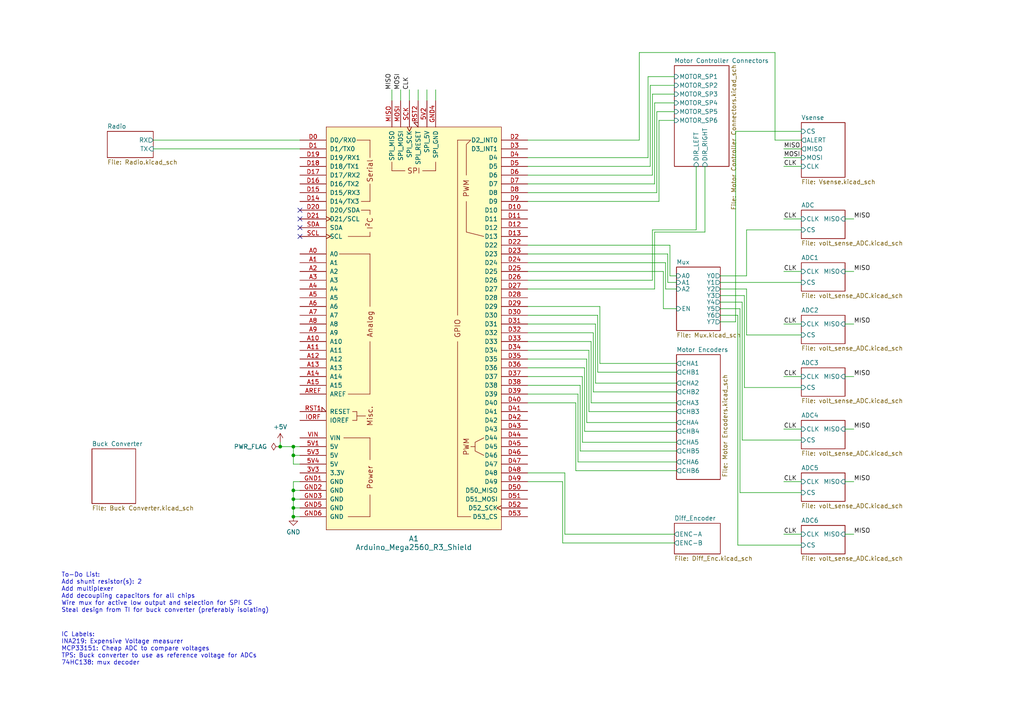
<source format=kicad_sch>
(kicad_sch (version 20230121) (generator eeschema)
  (paper "A4")
  (lib_symbols
    (symbol "arduino-library:Arduino_Mega2560_R3_Shield" (pin_names (offset 1.016))
      (property "Reference" "A" (at 0 -62.23 0))
      (property "Value" "Arduino_Mega2560_R3_Shield" (at 0 -66.04 0))
      (symbol "Arduino_Mega2560_R3_Shield_0_0"
        (rectangle (start -25.4 -58.42) (end 25.4 58.42) (fill (type background)))
        (rectangle (start -20.32 -31.75) (end -12.7 -31.75))
        (rectangle (start -19.05 -54.61) (end -12.7 -54.61))
        (rectangle (start -19.05 -19.05) (end -12.7 -19.05))
        (rectangle (start -19.05 26.67) (end -12.7 26.67))
        (rectangle (start -17.78 -26.67) (end -16.51 -26.67))
        (rectangle (start -17.78 -24.13) (end -16.51 -24.13))
        (rectangle (start -16.51 -25.4) (end -13.97 -25.4))
        (rectangle (start -16.51 -24.13) (end -16.51 -26.67))
        (rectangle (start -16.51 54.61) (end -12.7 54.61))
        (rectangle (start -15.24 34.29) (end -12.7 34.29))
        (rectangle (start -15.24 36.83) (end -12.7 36.83))
        (rectangle (start -12.7 -54.61) (end -12.7 -48.26))
        (rectangle (start -12.7 -31.75) (end -12.7 -38.1))
        (rectangle (start -12.7 26.67) (end -12.7 27.94))
        (rectangle (start -12.7 34.29) (end -12.7 33.02))
        (rectangle (start -12.7 41.91) (end -12.7 36.83))
        (rectangle (start -12.7 49.53) (end -12.7 54.61))
        (rectangle (start -6.35 48.26) (end -6.35 45.72))
        (rectangle (start -2.54 45.72) (end -6.35 45.72))
        (polyline (pts (xy -21.59 21.59) (xy -12.7 21.59)))
        (polyline (pts (xy -12.7 -19.05) (xy -12.7 -3.81)))
        (polyline (pts (xy -12.7 6.35) (xy -12.7 21.59)))
        (polyline (pts (xy 12.7 -54.61) (xy 16.51 -54.61)))
        (polyline (pts (xy 12.7 54.61) (xy 16.51 54.61)))
        (polyline (pts (xy 17.78 -34.29) (xy 16.51 -34.29)))
        (polyline (pts (xy 15.24 36.83) (xy 15.24 27.94) (xy 20.32 26.67)))
        (polyline (pts (xy 15.24 44.45) (xy 15.24 53.34) (xy 16.51 54.61)))
        (polyline (pts (xy 20.32 -31.75) (xy 17.78 -33.02) (xy 17.78 -35.56) (xy 20.32 -36.83)))
        (rectangle (start 6.35 45.72) (end 2.54 45.72))
        (rectangle (start 6.35 48.26) (end 6.35 45.72))
        (text "Analog" (at -12.7 1.27 900) (effects (font (size 1.524 1.524))))
        (text "I²C" (at -12.7 30.48 900) (effects (font (size 1.524 1.524))))
        (text "Misc." (at -12.7 -25.4 900) (effects (font (size 1.524 1.524))))
        (text "Power" (at -12.7 -43.18 900) (effects (font (size 1.524 1.524))))
        (text "PWM" (at 15.24 -34.29 900) (effects (font (size 1.524 1.524))))
        (text "PWM" (at 15.24 40.64 900) (effects (font (size 1.524 1.524))))
        (text "Serial" (at -12.7 45.72 900) (effects (font (size 1.524 1.524))))
        (text "SPI" (at 0 45.72 0) (effects (font (size 1.524 1.524))))
      )
      (symbol "Arduino_Mega2560_R3_Shield_1_0"
        (rectangle (start 12.7 -54.61) (end 12.7 -3.81))
        (rectangle (start 12.7 54.61) (end 12.7 3.81))
        (text "GPIO" (at 12.7 0 900) (effects (font (size 1.524 1.524))))
      )
      (symbol "Arduino_Mega2560_R3_Shield_1_1"
        (pin power_out line (at -33.02 -41.91 0) (length 7.62) (name "3.3V") (number "3V3"))
        (pin power_in line (at -33.02 -34.29 0) (length 7.62) (name "5V") (number "5V1"))
        (pin power_in line (at 3.81 66.04 270) (length 7.62) (name "SPI_5V") (number "5V2"))
        (pin power_in line (at -33.02 -36.83 0) (length 7.62) (name "5V") (number "5V3"))
        (pin power_in line (at -33.02 -39.37 0) (length 7.62) (name "5V") (number "5V4"))
        (pin bidirectional line (at -33.02 21.59 0) (length 7.62) (name "A0") (number "A0"))
        (pin bidirectional line (at -33.02 19.05 0) (length 7.62) (name "A1") (number "A1"))
        (pin bidirectional line (at -33.02 -3.81 0) (length 7.62) (name "A10") (number "A10"))
        (pin bidirectional line (at -33.02 -6.35 0) (length 7.62) (name "A11") (number "A11"))
        (pin bidirectional line (at -33.02 -8.89 0) (length 7.62) (name "A12") (number "A12"))
        (pin bidirectional line (at -33.02 -11.43 0) (length 7.62) (name "A13") (number "A13"))
        (pin bidirectional line (at -33.02 -13.97 0) (length 7.62) (name "A14") (number "A14"))
        (pin bidirectional line (at -33.02 -16.51 0) (length 7.62) (name "A15") (number "A15"))
        (pin bidirectional line (at -33.02 16.51 0) (length 7.62) (name "A2") (number "A2"))
        (pin bidirectional line (at -33.02 13.97 0) (length 7.62) (name "A3") (number "A3"))
        (pin bidirectional line (at -33.02 11.43 0) (length 7.62) (name "A4") (number "A4"))
        (pin bidirectional line (at -33.02 8.89 0) (length 7.62) (name "A5") (number "A5"))
        (pin bidirectional line (at -33.02 6.35 0) (length 7.62) (name "A6") (number "A6"))
        (pin bidirectional line (at -33.02 3.81 0) (length 7.62) (name "A7") (number "A7"))
        (pin bidirectional line (at -33.02 1.27 0) (length 7.62) (name "A8") (number "A8"))
        (pin bidirectional line (at -33.02 -1.27 0) (length 7.62) (name "A9") (number "A9"))
        (pin input line (at -33.02 -19.05 0) (length 7.62) (name "AREF") (number "AREF"))
        (pin bidirectional line (at -33.02 54.61 0) (length 7.62) (name "D0/RX0") (number "D0"))
        (pin bidirectional line (at -33.02 52.07 0) (length 7.62) (name "D1/TX0") (number "D1"))
        (pin bidirectional line (at 33.02 34.29 180) (length 7.62) (name "D10") (number "D10"))
        (pin bidirectional line (at 33.02 31.75 180) (length 7.62) (name "D11") (number "D11"))
        (pin bidirectional line (at 33.02 29.21 180) (length 7.62) (name "D12") (number "D12"))
        (pin bidirectional line (at 33.02 26.67 180) (length 7.62) (name "D13") (number "D13"))
        (pin bidirectional line (at -33.02 36.83 0) (length 7.62) (name "D14/TX3") (number "D14"))
        (pin bidirectional line (at -33.02 39.37 0) (length 7.62) (name "D15/RX3") (number "D15"))
        (pin bidirectional line (at -33.02 41.91 0) (length 7.62) (name "D16/TX2") (number "D16"))
        (pin bidirectional line (at -33.02 44.45 0) (length 7.62) (name "D17/RX2") (number "D17"))
        (pin bidirectional line (at -33.02 46.99 0) (length 7.62) (name "D18/TX1") (number "D18"))
        (pin bidirectional line (at -33.02 49.53 0) (length 7.62) (name "D19/RX1") (number "D19"))
        (pin bidirectional line (at 33.02 54.61 180) (length 7.62) (name "D2_INT0") (number "D2"))
        (pin bidirectional line (at -33.02 34.29 0) (length 7.62) (name "D20/SDA") (number "D20"))
        (pin bidirectional clock (at -33.02 31.75 0) (length 7.62) (name "D21/SCL") (number "D21"))
        (pin bidirectional line (at 33.02 24.13 180) (length 7.62) (name "D22") (number "D22"))
        (pin bidirectional line (at 33.02 21.59 180) (length 7.62) (name "D23") (number "D23"))
        (pin bidirectional line (at 33.02 19.05 180) (length 7.62) (name "D24") (number "D24"))
        (pin bidirectional line (at 33.02 16.51 180) (length 7.62) (name "D25") (number "D25"))
        (pin bidirectional line (at 33.02 13.97 180) (length 7.62) (name "D26") (number "D26"))
        (pin bidirectional line (at 33.02 11.43 180) (length 7.62) (name "D27") (number "D27"))
        (pin bidirectional line (at 33.02 8.89 180) (length 7.62) (name "D28") (number "D28"))
        (pin bidirectional line (at 33.02 6.35 180) (length 7.62) (name "D29") (number "D29"))
        (pin bidirectional line (at 33.02 52.07 180) (length 7.62) (name "D3_INT1") (number "D3"))
        (pin bidirectional line (at 33.02 3.81 180) (length 7.62) (name "D30") (number "D30"))
        (pin bidirectional line (at 33.02 1.27 180) (length 7.62) (name "D31") (number "D31"))
        (pin bidirectional line (at 33.02 -1.27 180) (length 7.62) (name "D32") (number "D32"))
        (pin bidirectional line (at 33.02 -3.81 180) (length 7.62) (name "D33") (number "D33"))
        (pin bidirectional line (at 33.02 -6.35 180) (length 7.62) (name "D34") (number "D34"))
        (pin bidirectional line (at 33.02 -8.89 180) (length 7.62) (name "D35") (number "D35"))
        (pin bidirectional line (at 33.02 -11.43 180) (length 7.62) (name "D36") (number "D36"))
        (pin bidirectional line (at 33.02 -13.97 180) (length 7.62) (name "D37") (number "D37"))
        (pin bidirectional line (at 33.02 -16.51 180) (length 7.62) (name "D38") (number "D38"))
        (pin bidirectional line (at 33.02 -19.05 180) (length 7.62) (name "D39") (number "D39"))
        (pin bidirectional line (at 33.02 49.53 180) (length 7.62) (name "D4") (number "D4"))
        (pin bidirectional line (at 33.02 -21.59 180) (length 7.62) (name "D40") (number "D40"))
        (pin bidirectional line (at 33.02 -24.13 180) (length 7.62) (name "D41") (number "D41"))
        (pin bidirectional line (at 33.02 -26.67 180) (length 7.62) (name "D42") (number "D42"))
        (pin bidirectional line (at 33.02 -29.21 180) (length 7.62) (name "D43") (number "D43"))
        (pin bidirectional line (at 33.02 -31.75 180) (length 7.62) (name "D44") (number "D44"))
        (pin bidirectional line (at 33.02 -34.29 180) (length 7.62) (name "D45") (number "D45"))
        (pin bidirectional line (at 33.02 -36.83 180) (length 7.62) (name "D46") (number "D46"))
        (pin bidirectional line (at 33.02 -39.37 180) (length 7.62) (name "D47") (number "D47"))
        (pin bidirectional line (at 33.02 -41.91 180) (length 7.62) (name "D48") (number "D48"))
        (pin bidirectional line (at 33.02 -44.45 180) (length 7.62) (name "D49") (number "D49"))
        (pin bidirectional line (at 33.02 46.99 180) (length 7.62) (name "D5") (number "D5"))
        (pin bidirectional line (at 33.02 -46.99 180) (length 7.62) (name "D50_MISO") (number "D50"))
        (pin bidirectional line (at 33.02 -49.53 180) (length 7.62) (name "D51_MOSI") (number "D51"))
        (pin bidirectional clock (at 33.02 -52.07 180) (length 7.62) (name "D52_SCK") (number "D52"))
        (pin bidirectional line (at 33.02 -54.61 180) (length 7.62) (name "D53_CS") (number "D53"))
        (pin bidirectional line (at 33.02 44.45 180) (length 7.62) (name "D6") (number "D6"))
        (pin bidirectional line (at 33.02 41.91 180) (length 7.62) (name "D7") (number "D7"))
        (pin bidirectional line (at 33.02 39.37 180) (length 7.62) (name "D8") (number "D8"))
        (pin bidirectional line (at 33.02 36.83 180) (length 7.62) (name "D9") (number "D9"))
        (pin power_in line (at -33.02 -44.45 0) (length 7.62) (name "GND") (number "GND1"))
        (pin power_in line (at -33.02 -46.99 0) (length 7.62) (name "GND") (number "GND2"))
        (pin power_in line (at -33.02 -49.53 0) (length 7.62) (name "GND") (number "GND3"))
        (pin power_in line (at 6.35 66.04 270) (length 7.62) (name "SPI_GND") (number "GND4"))
        (pin power_in line (at -33.02 -52.07 0) (length 7.62) (name "GND") (number "GND5"))
        (pin power_in line (at -33.02 -54.61 0) (length 7.62) (name "GND") (number "GND6"))
        (pin output line (at -33.02 -26.67 0) (length 7.62) (name "IOREF") (number "IORF"))
        (pin input line (at -6.35 66.04 270) (length 7.62) (name "SPI_MISO") (number "MISO"))
        (pin output line (at -3.81 66.04 270) (length 7.62) (name "SPI_MOSI") (number "MOSI"))
        (pin open_collector input_low (at -33.02 -24.13 0) (length 7.62) (name "RESET") (number "RST1"))
        (pin open_collector input_low (at 1.27 66.04 270) (length 7.62) (name "SPI_RESET") (number "RST2"))
        (pin output clock (at -1.27 66.04 270) (length 7.62) (name "SPI_SCK") (number "SCK"))
        (pin bidirectional clock (at -33.02 26.67 0) (length 7.62) (name "SCL") (number "SCL"))
        (pin bidirectional line (at -33.02 29.21 0) (length 7.62) (name "SDA") (number "SDA"))
        (pin power_in line (at -33.02 -31.75 0) (length 7.62) (name "VIN") (number "VIN"))
      )
    )
    (symbol "power:+5V" (power) (pin_names (offset 0))
      (property "Value" "+5V" (at 0 3.556 0))
      (symbol "+5V_0_1"
        (polyline (pts (xy -0.762 1.27) (xy 0 2.54)))
        (polyline (pts (xy 0 0) (xy 0 2.54)))
        (polyline (pts (xy 0 2.54) (xy 0.762 1.27)))
      )
      (symbol "+5V_1_1"
        (pin power_in line (at 0 0 90) (length 0) hide (name "+5V") (number "1"))
      )
    )
    (symbol "power:GND" (power) (pin_names (offset 0))
      (property "Value" "GND" (at 0 -3.81 0))
      (symbol "GND_0_1"
        (polyline (pts (xy 0 0) (xy 0 -1.27) (xy 1.27 -1.27) (xy 0 -2.54) (xy -1.27 -1.27) (xy 0 -1.27)))
      )
      (symbol "GND_1_1"
        (pin power_in line (at 0 0 270) (length 0) hide (name "GND") (number "1"))
      )
    )
    (symbol "power:PWR_FLAG" (power) (pin_numbers hide) (pin_names (offset 0) hide)
      (property "Value" "PWR_FLAG" (at 0 3.81 0))
      (symbol "PWR_FLAG_0_0"
        (pin power_out line (at 0 0 90) (length 0) (name "pwr") (number "1"))
      )
      (symbol "PWR_FLAG_0_1"
        (polyline (pts (xy 0 0) (xy 0 1.27) (xy -1.016 1.905) (xy 0 2.54) (xy 1.016 1.905) (xy 0 1.27)))
      )
    )
  )
  (junction (at 85.09 144.78))
  (junction (at 85.09 129.54))
  (junction (at 81.28 129.54))
  (junction (at 85.09 142.24))
  (junction (at 85.09 149.86))
  (junction (at 85.09 147.32))
  (junction (at 85.09 132.08))
  (no_connect (at 86.995 68.58))
  (no_connect (at 86.995 60.96))
  (no_connect (at 86.995 66.04))
  (no_connect (at 86.995 63.5))
  (wire (pts (xy 163.83 137.16) (xy 153.035 137.16)))
  (wire (pts (xy 173.355 107.95) (xy 196.215 107.95)))
  (wire (pts (xy 196.215 128.27) (xy 168.91 128.27)))
  (wire (pts (xy 196.215 83.82) (xy 193.04 83.82)))
  (wire (pts (xy 227.33 93.98) (xy 232.41 93.98)))
  (wire (pts (xy 213.995 158.115) (xy 232.41 158.115)))
  (wire (pts (xy 245.11 154.94) (xy 247.65 154.94)))
  (wire (pts (xy 245.11 139.7) (xy 247.65 139.7)))
  (wire (pts (xy 85.09 144.78) (xy 85.09 147.32)))
  (wire (pts (xy 85.09 129.54) (xy 85.09 132.08)))
  (wire (pts (xy 189.23 50.8) (xy 189.23 27.305)))
  (wire (pts (xy 193.04 76.2) (xy 153.035 76.2)))
  (wire (pts (xy 85.09 129.54) (xy 81.28 129.54)))
  (wire (pts (xy 163.195 157.48) (xy 195.58 157.48)))
  (wire (pts (xy 195.58 34.925) (xy 191.135 34.925)))
  (wire (pts (xy 188.595 48.26) (xy 153.035 48.26)))
  (wire (pts (xy 196.215 133.985) (xy 167.64 133.985)))
  (wire (pts (xy 153.035 83.82) (xy 189.865 83.82)))
  (wire (pts (xy 208.915 80.01) (xy 216.535 80.01)))
  (wire (pts (xy 245.11 109.22) (xy 247.65 109.22)))
  (wire (pts (xy 44.45 43.18) (xy 86.995 43.18)))
  (wire (pts (xy 85.09 134.62) (xy 86.995 134.62)))
  (wire (pts (xy 213.36 93.345) (xy 213.36 38.1)))
  (wire (pts (xy 85.09 142.24) (xy 85.09 144.78)))
  (wire (pts (xy 245.11 78.74) (xy 247.65 78.74)))
  (wire (pts (xy 153.035 45.72) (xy 187.96 45.72)))
  (wire (pts (xy 215.9 85.725) (xy 215.9 112.395)))
  (wire (pts (xy 153.035 116.84) (xy 167.005 116.84)))
  (wire (pts (xy 196.215 105.41) (xy 173.99 105.41)))
  (wire (pts (xy 153.035 139.7) (xy 163.195 139.7)))
  (wire (pts (xy 81.28 128.27) (xy 81.28 129.54)))
  (wire (pts (xy 227.33 139.7) (xy 232.41 139.7)))
  (wire (pts (xy 85.09 132.08) (xy 86.995 132.08)))
  (wire (pts (xy 171.45 99.06) (xy 153.035 99.06)))
  (wire (pts (xy 169.545 106.68) (xy 169.545 125.095)))
  (wire (pts (xy 113.665 26.035) (xy 113.665 29.21)))
  (wire (pts (xy 191.135 58.42) (xy 153.035 58.42)))
  (wire (pts (xy 153.035 91.44) (xy 173.355 91.44)))
  (wire (pts (xy 153.035 73.66) (xy 193.675 73.66)))
  (wire (pts (xy 168.91 109.22) (xy 153.035 109.22)))
  (wire (pts (xy 208.915 93.345) (xy 213.36 93.345)))
  (wire (pts (xy 172.085 96.52) (xy 172.085 113.665)))
  (wire (pts (xy 163.195 139.7) (xy 163.195 157.48)))
  (wire (pts (xy 187.96 45.72) (xy 187.96 22.225)))
  (wire (pts (xy 85.09 149.86) (xy 86.995 149.86)))
  (wire (pts (xy 116.205 26.035) (xy 116.205 29.21)))
  (wire (pts (xy 216.535 66.675) (xy 232.41 66.675)))
  (wire (pts (xy 153.035 101.6) (xy 170.815 101.6)))
  (wire (pts (xy 189.23 27.305) (xy 195.58 27.305)))
  (wire (pts (xy 172.085 113.665) (xy 196.215 113.665)))
  (wire (pts (xy 153.035 50.8) (xy 189.23 50.8)))
  (wire (pts (xy 168.275 111.76) (xy 168.275 130.81)))
  (wire (pts (xy 172.72 111.125) (xy 172.72 93.98)))
  (wire (pts (xy 167.64 133.985) (xy 167.64 114.3)))
  (wire (pts (xy 227.33 43.18) (xy 232.41 43.18)))
  (wire (pts (xy 170.815 119.38) (xy 196.215 119.38)))
  (wire (pts (xy 196.215 111.125) (xy 172.72 111.125)))
  (wire (pts (xy 44.45 40.64) (xy 86.995 40.64)))
  (wire (pts (xy 195.58 24.765) (xy 188.595 24.765)))
  (wire (pts (xy 208.915 83.82) (xy 216.535 83.82)))
  (wire (pts (xy 215.265 87.63) (xy 215.265 127.635)))
  (wire (pts (xy 168.91 128.27) (xy 168.91 109.22)))
  (wire (pts (xy 189.865 67.31) (xy 189.865 83.82)))
  (wire (pts (xy 85.09 132.08) (xy 85.09 134.62)))
  (wire (pts (xy 85.09 144.78) (xy 86.995 144.78)))
  (wire (pts (xy 196.215 122.555) (xy 170.18 122.555)))
  (wire (pts (xy 189.23 66.675) (xy 189.23 81.28)))
  (wire (pts (xy 85.09 139.7) (xy 86.995 139.7)))
  (wire (pts (xy 153.035 106.68) (xy 169.545 106.68)))
  (wire (pts (xy 201.93 66.675) (xy 189.23 66.675)))
  (wire (pts (xy 168.275 130.81) (xy 196.215 130.81)))
  (wire (pts (xy 173.99 88.9) (xy 153.035 88.9)))
  (wire (pts (xy 195.58 154.94) (xy 163.83 154.94)))
  (wire (pts (xy 195.58 29.845) (xy 189.865 29.845)))
  (wire (pts (xy 213.995 91.44) (xy 213.995 158.115)))
  (wire (pts (xy 193.04 83.82) (xy 193.04 76.2)))
  (wire (pts (xy 167.005 136.525) (xy 196.215 136.525)))
  (wire (pts (xy 172.72 93.98) (xy 153.035 93.98)))
  (wire (pts (xy 216.535 80.01) (xy 216.535 66.675)))
  (wire (pts (xy 204.47 67.31) (xy 189.865 67.31)))
  (wire (pts (xy 173.355 91.44) (xy 173.355 107.95)))
  (wire (pts (xy 227.33 124.46) (xy 232.41 124.46)))
  (wire (pts (xy 187.96 22.225) (xy 195.58 22.225)))
  (wire (pts (xy 216.535 97.155) (xy 232.41 97.155)))
  (wire (pts (xy 245.11 63.5) (xy 247.65 63.5)))
  (wire (pts (xy 227.33 109.22) (xy 232.41 109.22)))
  (wire (pts (xy 227.33 45.72) (xy 232.41 45.72)))
  (wire (pts (xy 163.83 154.94) (xy 163.83 137.16)))
  (wire (pts (xy 201.93 48.26) (xy 201.93 66.675)))
  (wire (pts (xy 227.33 154.94) (xy 232.41 154.94)))
  (wire (pts (xy 227.33 63.5) (xy 232.41 63.5)))
  (wire (pts (xy 194.31 71.12) (xy 153.035 71.12)))
  (wire (pts (xy 170.18 122.555) (xy 170.18 104.14)))
  (wire (pts (xy 215.9 112.395) (xy 232.41 112.395)))
  (wire (pts (xy 224.79 40.64) (xy 224.79 15.24)))
  (wire (pts (xy 185.42 40.64) (xy 153.035 40.64)))
  (wire (pts (xy 153.035 55.88) (xy 190.5 55.88)))
  (wire (pts (xy 213.36 38.1) (xy 232.41 38.1)))
  (wire (pts (xy 196.215 116.84) (xy 171.45 116.84)))
  (wire (pts (xy 118.745 26.035) (xy 118.745 29.21)))
  (wire (pts (xy 208.915 87.63) (xy 215.265 87.63)))
  (wire (pts (xy 192.405 89.535) (xy 192.405 78.74)))
  (wire (pts (xy 194.31 80.01) (xy 196.215 80.01)))
  (wire (pts (xy 194.31 71.12) (xy 194.31 80.01)))
  (wire (pts (xy 208.915 85.725) (xy 215.9 85.725)))
  (wire (pts (xy 193.675 81.915) (xy 196.215 81.915)))
  (wire (pts (xy 85.09 147.32) (xy 85.09 149.86)))
  (wire (pts (xy 208.915 91.44) (xy 213.995 91.44)))
  (wire (pts (xy 173.99 105.41) (xy 173.99 88.9)))
  (wire (pts (xy 190.5 32.385) (xy 195.58 32.385)))
  (wire (pts (xy 170.18 104.14) (xy 153.035 104.14)))
  (wire (pts (xy 123.825 26.035) (xy 123.825 29.21)))
  (wire (pts (xy 126.365 26.035) (xy 126.365 29.21)))
  (wire (pts (xy 224.79 40.64) (xy 232.41 40.64)))
  (wire (pts (xy 214.63 89.535) (xy 214.63 142.875)))
  (wire (pts (xy 167.64 114.3) (xy 153.035 114.3)))
  (wire (pts (xy 245.11 93.98) (xy 247.65 93.98)))
  (wire (pts (xy 85.09 142.24) (xy 86.995 142.24)))
  (wire (pts (xy 245.11 124.46) (xy 247.65 124.46)))
  (wire (pts (xy 85.09 139.7) (xy 85.09 142.24)))
  (wire (pts (xy 188.595 24.765) (xy 188.595 48.26)))
  (wire (pts (xy 208.915 89.535) (xy 214.63 89.535)))
  (wire (pts (xy 216.535 83.82) (xy 216.535 97.155)))
  (wire (pts (xy 227.33 48.26) (xy 232.41 48.26)))
  (wire (pts (xy 153.035 96.52) (xy 172.085 96.52)))
  (wire (pts (xy 204.47 48.26) (xy 204.47 67.31)))
  (wire (pts (xy 153.035 53.34) (xy 189.865 53.34)))
  (wire (pts (xy 185.42 15.24) (xy 185.42 40.64)))
  (wire (pts (xy 190.5 55.88) (xy 190.5 32.385)))
  (wire (pts (xy 227.33 78.74) (xy 232.41 78.74)))
  (wire (pts (xy 208.915 81.915) (xy 232.41 81.915)))
  (wire (pts (xy 171.45 116.84) (xy 171.45 99.06)))
  (wire (pts (xy 192.405 78.74) (xy 153.035 78.74)))
  (wire (pts (xy 215.265 127.635) (xy 232.41 127.635)))
  (wire (pts (xy 85.09 147.32) (xy 86.995 147.32)))
  (wire (pts (xy 121.285 26.035) (xy 121.285 29.21)))
  (wire (pts (xy 191.135 34.925) (xy 191.135 58.42)))
  (wire (pts (xy 167.005 116.84) (xy 167.005 136.525)))
  (wire (pts (xy 189.865 29.845) (xy 189.865 53.34)))
  (wire (pts (xy 169.545 125.095) (xy 196.215 125.095)))
  (wire (pts (xy 153.035 111.76) (xy 168.275 111.76)))
  (wire (pts (xy 189.23 81.28) (xy 153.035 81.28)))
  (wire (pts (xy 214.63 142.875) (xy 232.41 142.875)))
  (wire (pts (xy 193.675 81.915) (xy 193.675 73.66)))
  (wire (pts (xy 170.815 101.6) (xy 170.815 119.38)))
  (wire (pts (xy 224.79 15.24) (xy 185.42 15.24)))
  (wire (pts (xy 86.995 129.54) (xy 85.09 129.54)))
  (wire (pts (xy 196.215 89.535) (xy 192.405 89.535)))
  (text "To-Do List:\nAdd shunt resistor(s): 2\nAdd multiplexer\nAdd decoupling capacitors for all chips\nWire mux for active low output and selection for SPI CS\nSteal design from TI for buck converter (preferably isolating)" (at 17.78 177.8 0) (effects (font (size 1.27 1.27)) (justify left bottom)))
  (text "IC Labels:\nINA219: Expensive Voltage measurer\nMCP33151: Cheap ADC to compare voltages\nTPS: Buck converter to use as reference voltage for ADCs\n74HC138: mux decoder" (at 17.78 193.04 0) (effects (font (size 1.27 1.27)) (justify left bottom)))
  (label "MISO" (at 227.33 43.18 0))
  (label "CLK" (at 227.33 109.22 0))
  (label "MISO" (at 247.65 63.5 0))
  (label "CLK" (at 227.33 48.26 0))
  (label "MISO" (at 247.65 78.74 0))
  (label "CLK" (at 227.33 124.46 0))
  (label "CLK" (at 227.33 78.74 0))
  (label "MISO" (at 247.65 109.22 0))
  (label "CLK" (at 227.33 139.7 0))
  (label "MOSI" (at 116.205 26.035 90))
  (label "MOSI" (at 227.33 45.72 0))
  (label "CLK" (at 227.33 63.5 0))
  (label "CLK" (at 227.33 154.94 0))
  (label "MISO" (at 247.65 93.98 0))
  (label "MISO" (at 113.665 26.035 90))
  (label "MISO" (at 247.65 139.7 0))
  (label "MISO" (at 247.65 154.94 0))
  (label "CLK" (at 227.33 93.98 0))
  (label "CLK" (at 118.745 26.035 90))
  (label "MISO" (at 247.65 124.46 0))
  (symbol (lib_id "power:GND") (at 85.09 149.86 0) (unit 1)
    (property "Reference" "#PWR056" (effects hide))
    (property "Value" "GND" (at 85.09 154.305 0))
  )
  (symbol (lib_id "arduino-library:Arduino_Mega2560_R3_Shield") (at 120.015 95.25 0) (unit 1)
    (property "Reference" "A1" (at 120.015 156.21 0) (effects (font (size 1.524 1.524))))
    (property "Value" "Arduino_Mega2560_R3_Shield" (at 120.015 158.75 0) (effects (font (size 1.524 1.524))))
    (property "Footprint" "arduino-library:Arduino_Mega2560_R3_Shield" (effects hide))
    (property "Datasheet" "https://docs.arduino.cc/hardware/mega-2560" (effects hide))
  )
  (symbol (lib_id "power:PWR_FLAG") (at 81.28 129.54 90) (unit 1)
    (property "Reference" "#FLG02" (effects hide))
    (property "Value" "PWR_FLAG" (at 77.47 129.54 90) (effects (justify left)))
  )
  (symbol (lib_id "power:+5V") (at 81.28 128.27 0) (unit 1)
    (property "Reference" "#PWR064" (effects hide))
    (property "Value" "+5V" (at 81.28 123.825 0))
  )
  (sheet (at 232.41 152.4) (size 12.7 8.255) (stroke (width 0.1524))
    (property "Sheetname" "ADC6" (at 232.41 151.6884 0) (effects (justify left bottom)))
    (property "Sheetfile" "volt_sense_ADC.kicad_sch" (at 232.41 161.2396 0) (effects (justify left top)))
    (pin "CLK" input (at 232.41 154.94 180))
    (pin "MISO" input (at 245.11 154.94 0))
    (pin "CS" input (at 232.41 158.115 180))
  )
  (sheet (at 232.41 35.56) (size 12.7 15.875) (stroke (width 0.1524))
    (property "Sheetname" "Vsense" (at 232.41 34.8484 0) (effects (justify left bottom)))
    (property "Sheetfile" "Vsense.kicad_sch" (at 232.41 52.0196 0) (effects (justify left top)))
    (pin "CLK" input (at 232.41 48.26 180))
    (pin "MOSI" input (at 232.41 45.72 180))
    (pin "MISO" output (at 232.41 43.18 180))
    (pin "ALERT" output (at 232.41 40.64 180))
    (pin "CS" input (at 232.41 38.1 180))
  )
  (sheet (at 196.215 77.47) (size 12.7 18.415) (stroke (width 0.1524))
    (property "Sheetname" "Mux" (at 196.215 76.7584 0) (effects (justify left bottom)))
    (property "Sheetfile" "Mux.kicad_sch" (at 196.215 96.4696 0) (effects (justify left top)))
    (pin "Y2" output (at 208.915 83.82 0))
    (pin "Y1" output (at 208.915 81.915 0))
    (pin "Y0" output (at 208.915 80.01 0))
    (pin "Y3" output (at 208.915 85.725 0))
    (pin "Y4" output (at 208.915 87.63 0))
    (pin "Y7" output (at 208.915 93.345 0))
    (pin "Y6" output (at 208.915 91.44 0))
    (pin "Y5" output (at 208.915 89.535 0))
    (pin "A0" input (at 196.215 80.01 180))
    (pin "A1" input (at 196.215 81.915 180))
    (pin "EN" input (at 196.215 89.535 180))
    (pin "A2" input (at 196.215 83.82 180))
  )
  (sheet (at 232.41 137.16) (size 12.7 8.255) (stroke (width 0.1524))
    (property "Sheetname" "ADC5" (at 232.41 136.4484 0) (effects (justify left bottom)))
    (property "Sheetfile" "volt_sense_ADC.kicad_sch" (at 232.41 145.9996 0) (effects (justify left top)))
    (pin "CLK" input (at 232.41 139.7 180))
    (pin "MISO" input (at 245.11 139.7 0))
    (pin "CS" input (at 232.41 142.875 180))
  )
  (sheet (at 196.215 102.87) (size 12.7 36.195) (stroke (width 0.1524))
    (property "Sheetname" "Motor Encoders" (at 196.215 102.1584 0) (effects (justify left bottom)))
    (property "Sheetfile" "Motor Encoders.kicad_sch" (at 209.55 138.43 90) (effects (justify left top)))
    (pin "CHA3" output (at 196.215 116.84 180))
    (pin "CHB3" output (at 196.215 119.38 180))
    (pin "CHA2" output (at 196.215 111.125 180))
    (pin "CHB2" output (at 196.215 113.665 180))
    (pin "CHA6" output (at 196.215 133.985 180))
    (pin "CHB5" output (at 196.215 130.81 180))
    (pin "CHA5" output (at 196.215 128.27 180))
    (pin "CHB6" output (at 196.215 136.525 180))
    (pin "CHA1" output (at 196.215 105.41 180))
    (pin "CHB1" output (at 196.215 107.95 180))
    (pin "CHA4" output (at 196.215 122.555 180))
    (pin "CHB4" output (at 196.215 125.095 180))
  )
  (sheet (at 195.58 19.05) (size 15.875 29.21) (stroke (width 0.1524))
    (property "Sheetname" "Motor Controller Connectors" (at 195.58 18.3384 0) (effects (justify left bottom)))
    (property "Sheetfile" "Motor Controller Connectors.kicad_sch" (at 212.09 60.96 90) (effects (justify left top)))
    (pin "DIR_RIGHT" input (at 204.47 48.26 270))
    (pin "DIR_LEFT" input (at 201.93 48.26 270))
    (pin "MOTOR_SP1" input (at 195.58 22.225 180))
    (pin "MOTOR_SP2" input (at 195.58 24.765 180))
    (pin "MOTOR_SP3" input (at 195.58 27.305 180))
    (pin "MOTOR_SP4" input (at 195.58 29.845 180))
    (pin "MOTOR_SP5" input (at 195.58 32.385 180))
    (pin "MOTOR_SP6" input (at 195.58 34.925 180))
  )
  (sheet (at 31.115 38.1) (size 13.335 7.62) (stroke (width 0.1524))
    (property "Sheetname" "Radio" (at 31.115 37.3884 0) (effects (justify left bottom)))
    (property "Sheetfile" "Radio.kicad_sch" (at 31.115 46.3046 0) (effects (justify left top)))
    (pin "RX" output (at 44.45 40.64 0))
    (pin "TX" input (at 44.45 43.18 0))
  )
  (sheet (at 232.41 91.44) (size 12.7 8.255) (stroke (width 0.1524))
    (property "Sheetname" "ADC2" (at 232.41 90.7284 0) (effects (justify left bottom)))
    (property "Sheetfile" "volt_sense_ADC.kicad_sch" (at 232.41 100.2796 0) (effects (justify left top)))
    (pin "CLK" input (at 232.41 93.98 180))
    (pin "MISO" input (at 245.11 93.98 0))
    (pin "CS" input (at 232.41 97.155 180))
  )
  (sheet (at 232.41 60.96) (size 12.7 8.255) (stroke (width 0.1524))
    (property "Sheetname" "ADC" (at 232.41 60.2484 0) (effects (justify left bottom)))
    (property "Sheetfile" "volt_sense_ADC.kicad_sch" (at 232.41 69.7996 0) (effects (justify left top)))
    (pin "CLK" input (at 232.41 63.5 180))
    (pin "MISO" input (at 245.11 63.5 0))
    (pin "CS" input (at 232.41 66.675 180))
  )
  (sheet (at 195.58 151.765) (size 13.335 8.89) (stroke (width 0.1524))
    (property "Sheetname" "Diff_Encoder" (at 195.58 151.0534 0) (effects (justify left bottom)))
    (property "Sheetfile" "Diff_Enc.kicad_sch" (at 195.58 161.2396 0) (effects (justify left top)))
    (pin "ENC-B" output (at 195.58 157.48 180))
    (pin "ENC-A" output (at 195.58 154.94 180))
  )
  (sheet (at 26.67 130.175) (size 12.7 15.875) (stroke (width 0.1524))
    (property "Sheetname" "Buck Converter" (at 26.67 129.4634 0) (effects (justify left bottom)))
    (property "Sheetfile" "Buck Converter.kicad_sch" (at 26.67 146.6346 0) (effects (justify left top)))
  )
  (sheet (at 232.41 76.2) (size 12.7 8.255) (stroke (width 0.1524))
    (property "Sheetname" "ADC1" (at 232.41 75.4884 0) (effects (justify left bottom)))
    (property "Sheetfile" "volt_sense_ADC.kicad_sch" (at 232.41 85.0396 0) (effects (justify left top)))
    (pin "CLK" input (at 232.41 78.74 180))
    (pin "MISO" input (at 245.11 78.74 0))
    (pin "CS" input (at 232.41 81.915 180))
  )
  (sheet (at 232.41 106.68) (size 12.7 8.255) (stroke (width 0.1524))
    (property "Sheetname" "ADC3" (at 232.41 105.9684 0) (effects (justify left bottom)))
    (property "Sheetfile" "volt_sense_ADC.kicad_sch" (at 232.41 115.5196 0) (effects (justify left top)))
    (pin "CLK" input (at 232.41 109.22 180))
    (pin "MISO" input (at 245.11 109.22 0))
    (pin "CS" input (at 232.41 112.395 180))
  )
  (sheet (at 232.41 121.92) (size 12.7 8.255) (stroke (width 0.1524))
    (property "Sheetname" "ADC4" (at 232.41 121.2084 0) (effects (justify left bottom)))
    (property "Sheetfile" "volt_sense_ADC.kicad_sch" (at 232.41 130.7596 0) (effects (justify left top)))
    (pin "CLK" input (at 232.41 124.46 180))
    (pin "MISO" input (at 245.11 124.46 0))
    (pin "CS" input (at 232.41 127.635 180))
  )
)
</source>
